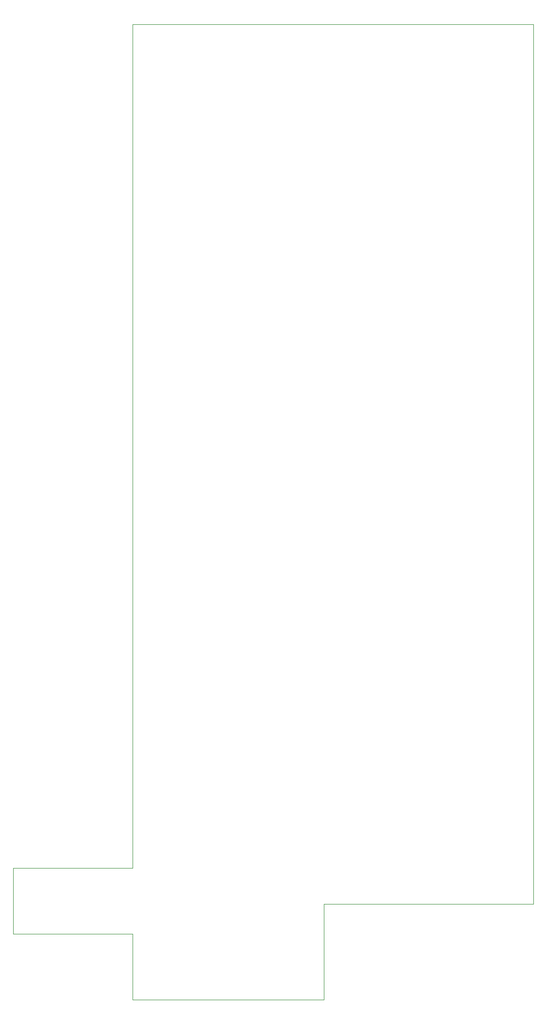
<source format=gbr>
%TF.GenerationSoftware,KiCad,Pcbnew,5.1.10-88a1d61d58~90~ubuntu20.04.1*%
%TF.CreationDate,2021-09-21T22:53:09-04:00*%
%TF.ProjectId,waveshaper,77617665-7368-4617-9065-722e6b696361,rev?*%
%TF.SameCoordinates,Original*%
%TF.FileFunction,Profile,NP*%
%FSLAX46Y46*%
G04 Gerber Fmt 4.6, Leading zero omitted, Abs format (unit mm)*
G04 Created by KiCad (PCBNEW 5.1.10-88a1d61d58~90~ubuntu20.04.1) date 2021-09-21 22:53:09*
%MOMM*%
%LPD*%
G01*
G04 APERTURE LIST*
%TA.AperFunction,Profile*%
%ADD10C,0.050000*%
%TD*%
G04 APERTURE END LIST*
D10*
X179000000Y-19000000D02*
X179000000Y-166000000D01*
X112000000Y-160000000D02*
X112000000Y-19000000D01*
X92000000Y-160000000D02*
X112000000Y-160000000D01*
X92000000Y-171000000D02*
X92000000Y-160000000D01*
X112000000Y-171000000D02*
X92000000Y-171000000D01*
X112000000Y-182000000D02*
X112000000Y-171000000D01*
X144000000Y-182000000D02*
X112000000Y-182000000D01*
X144000000Y-166000000D02*
X144000000Y-182000000D01*
X179000000Y-166000000D02*
X144000000Y-166000000D01*
X112000000Y-19000000D02*
X179000000Y-19000000D01*
M02*

</source>
